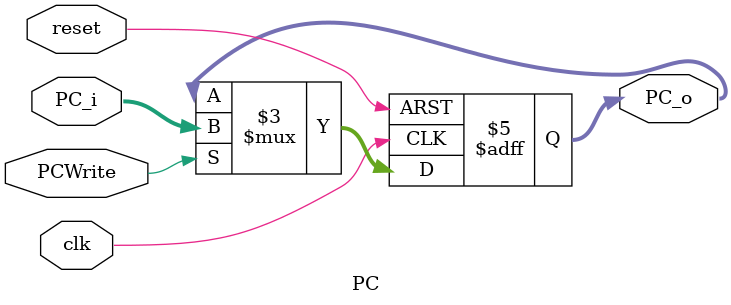
<source format=v>
`timescale 1ns / 1ps

module PC(reset, clk, PCWrite, PC_i, PC_o);
    //Input Clock Signals
    input reset;             
    input clk;
    //Input Control Signals             
    input PCWrite;
    //Input PC             
    input [31:0] PC_i;
    //Output PC  
    output reg [31:0] PC_o; 


    always@(posedge reset or posedge clk)
    begin
        if(reset) begin
            PC_o <= 0;
        end else if (PCWrite) begin
            PC_o <= PC_i;
        end else begin
            PC_o <= PC_o;
        end
    end
endmodule

</source>
